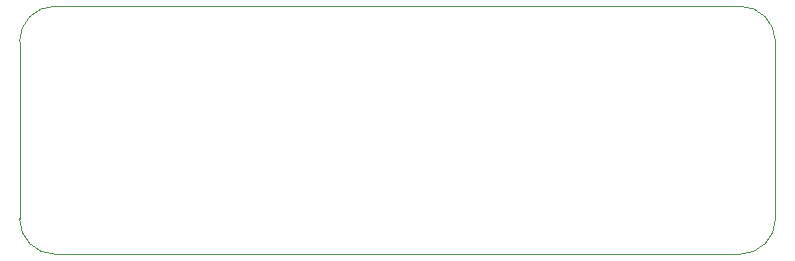
<source format=gbr>
%TF.GenerationSoftware,KiCad,Pcbnew,(5.99.0-11450-g1c1f7ac07e)*%
%TF.CreationDate,2021-09-18T13:42:06-03:00*%
%TF.ProjectId,LedHAt,4c656448-4174-42e6-9b69-6361645f7063,rev?*%
%TF.SameCoordinates,Original*%
%TF.FileFunction,Profile,NP*%
%FSLAX46Y46*%
G04 Gerber Fmt 4.6, Leading zero omitted, Abs format (unit mm)*
G04 Created by KiCad (PCBNEW (5.99.0-11450-g1c1f7ac07e)) date 2021-09-18 13:42:06*
%MOMM*%
%LPD*%
G01*
G04 APERTURE LIST*
%TA.AperFunction,Profile*%
%ADD10C,0.100000*%
%TD*%
G04 APERTURE END LIST*
D10*
X23500000Y-41500000D02*
G75*
G02*
X20500000Y-38500000I0J3000000D01*
G01*
X84500000Y-38500000D02*
G75*
G02*
X81500000Y-41500000I-3000000J0D01*
G01*
X81500000Y-41500000D02*
X23500000Y-41500000D01*
X81500000Y-20500000D02*
X23500000Y-20500000D01*
X20500000Y-23500000D02*
X20500000Y-38500000D01*
X84500000Y-23500000D02*
X84500000Y-38500000D01*
X81500000Y-20500000D02*
G75*
G02*
X84500000Y-23500000I0J-3000000D01*
G01*
X20500000Y-23500000D02*
G75*
G02*
X23500000Y-20500000I3000000J0D01*
G01*
M02*

</source>
